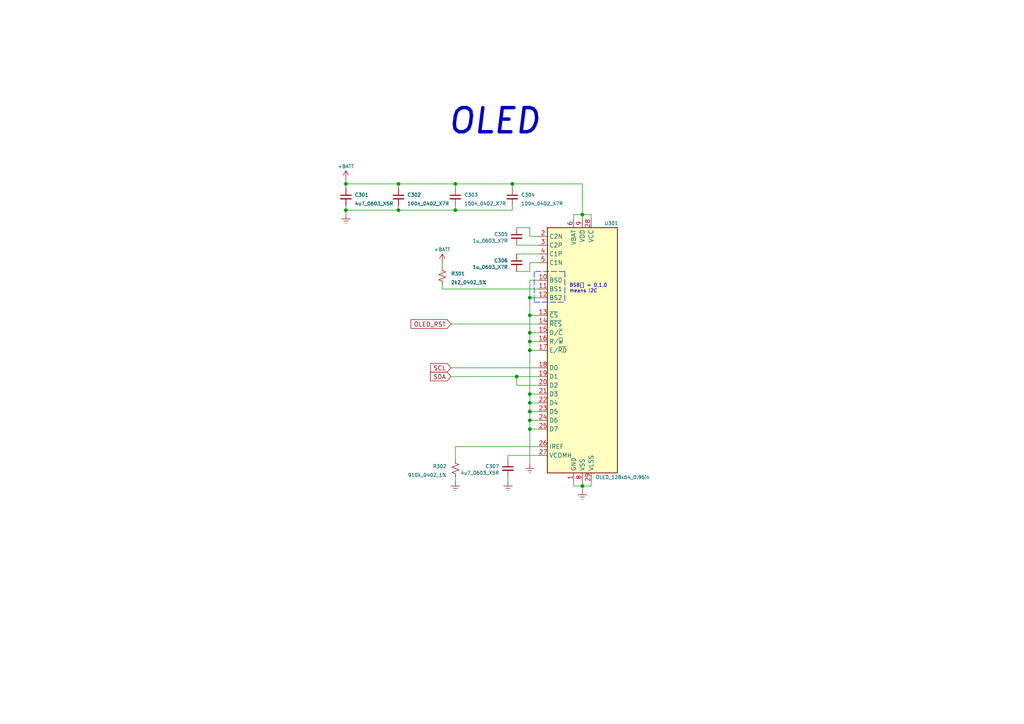
<source format=kicad_sch>
(kicad_sch (version 20211123) (generator eeschema)
  (paper "A4")
  (lib_symbols
    (symbol "Device:C_Small" (pin_numbers hide) (pin_names (offset 0.254) hide)
      (property "Reference" "C" (at 0.254 1.778 0))
      (property "Value" "C_Small" (at 0.254 -2.032 0))
      (symbol "C_Small_0_1"
        (polyline (pts (xy -1.524 -0.508) (xy 1.524 -0.508)) (stroke (width 0.3302)))
        (polyline (pts (xy -1.524 0.508) (xy 1.524 0.508)) (stroke (width 0.3048)))
      )
      (symbol "C_Small_1_1"
        (pin passive line (at 0 2.54 270) (length 2.032) (name "~") (number "1"))
        (pin passive line (at 0 -2.54 90) (length 2.032) (name "~") (number "2"))
      )
    )
    (symbol "Device:R_Small_US" (pin_numbers hide) (pin_names (offset 0.254) hide)
      (property "Reference" "R" (at 0.762 0.508 0))
      (property "Value" "R_Small_US" (at 0.762 -1.016 0))
      (symbol "R_Small_US_1_1"
        (polyline (pts (xy 0 0) (xy 1.016 -0.381) (xy 0 -0.762) (xy -1.016 -1.143) (xy 0 -1.524)))
        (polyline (pts (xy 0 1.524) (xy 1.016 1.143) (xy 0 0.762) (xy -1.016 0.381) (xy 0 0)))
        (pin passive line (at 0 2.54 270) (length 1.016) (name "~") (number "1"))
        (pin passive line (at 0 -2.54 90) (length 1.016) (name "~") (number "2"))
      )
    )
    (symbol "Display_Graphic:OLED-128O064D"
      (property "Reference" "DS" (at -10.16 38.1 0))
      (property "Value" "OLED-128O064D" (at 12.7 38.1 0))
      (symbol "OLED-128O064D_0_1"
        (rectangle (start -10.16 35.56) (end 10.16 -35.56) (stroke (width 0.254)) (fill (type background)))
      )
      (symbol "OLED-128O064D_1_1"
        (pin power_in line (at -2.54 -38.1 90) (length 2.54) (name "GND") (number "1"))
        (pin input line (at -12.7 20.32 0) (length 2.54) (name "BS0") (number "10"))
        (pin input line (at -12.7 17.78 0) (length 2.54) (name "BS1") (number "11"))
        (pin input line (at -12.7 15.24 0) (length 2.54) (name "BS2") (number "12"))
        (pin input line (at -12.7 10.16 0) (length 2.54) (name "~{CS}") (number "13"))
        (pin input line (at -12.7 7.62 0) (length 2.54) (name "~{RES}") (number "14"))
        (pin input line (at -12.7 5.08 0) (length 2.54) (name "D/~{C}") (number "15"))
        (pin input line (at -12.7 2.54 0) (length 2.54) (name "R/~{W}") (number "16"))
        (pin input line (at -12.7 0 0) (length 2.54) (name "E/~{RD}") (number "17"))
        (pin bidirectional line (at -12.7 -5.08 0) (length 2.54) (name "D0") (number "18"))
        (pin bidirectional line (at -12.7 -7.62 0) (length 2.54) (name "D1") (number "19"))
        (pin passive line (at -12.7 33.02 0) (length 2.54) (name "C2N") (number "2"))
        (pin bidirectional line (at -12.7 -10.16 0) (length 2.54) (name "D2") (number "20"))
        (pin bidirectional line (at -12.7 -12.7 0) (length 2.54) (name "D3") (number "21"))
        (pin bidirectional line (at -12.7 -15.24 0) (length 2.54) (name "D4") (number "22"))
        (pin bidirectional line (at -12.7 -17.78 0) (length 2.54) (name "D5") (number "23"))
        (pin bidirectional line (at -12.7 -20.32 0) (length 2.54) (name "D6") (number "24"))
        (pin bidirectional line (at -12.7 -22.86 0) (length 2.54) (name "D7") (number "25"))
        (pin passive line (at -12.7 -27.94 0) (length 2.54) (name "IREF") (number "26"))
        (pin passive line (at -12.7 -30.48 0) (length 2.54) (name "VCOMH") (number "27"))
        (pin power_in line (at 2.54 38.1 270) (length 2.54) (name "VCC") (number "28"))
        (pin power_in line (at 2.54 -38.1 90) (length 2.54) (name "VLSS") (number "29"))
        (pin passive line (at -12.7 30.48 0) (length 2.54) (name "C2P") (number "3"))
        (pin passive line (at -2.54 -38.1 90) (length 2.54) hide (name "GND") (number "30"))
        (pin passive line (at -12.7 27.94 0) (length 2.54) (name "C1P") (number "4"))
        (pin passive line (at -12.7 25.4 0) (length 2.54) (name "C1N") (number "5"))
        (pin power_in line (at -2.54 38.1 270) (length 2.54) (name "VBAT") (number "6"))
        (pin no_connect line (at 10.16 0 180) (length 2.54) hide (name "NC") (number "7"))
        (pin power_in line (at 0 -38.1 90) (length 2.54) (name "VSS") (number "8"))
        (pin power_in line (at 0 38.1 270) (length 2.54) (name "VDD") (number "9"))
      )
    )
    (symbol "power:+BATT" (power) (pin_names (offset 0))
      (property "Value" "+BATT" (at 0 3.556 0))
      (symbol "+BATT_0_1"
        (polyline (pts (xy -0.762 1.27) (xy 0 2.54)))
        (polyline (pts (xy 0 0) (xy 0 2.54)))
        (polyline (pts (xy 0 2.54) (xy 0.762 1.27)))
      )
      (symbol "+BATT_1_1"
        (pin power_in line (at 0 0 90) (length 0) hide (name "+BATT") (number "1"))
      )
    )
    (symbol "power:Earth" (power) (pin_names (offset 0))
      (symbol "Earth_0_1"
        (polyline (pts (xy -0.635 -1.905) (xy 0.635 -1.905)))
        (polyline (pts (xy -0.127 -2.54) (xy 0.127 -2.54)))
        (polyline (pts (xy 0 -1.27) (xy 0 0)))
        (polyline (pts (xy 1.27 -1.27) (xy -1.27 -1.27)))
      )
      (symbol "Earth_1_1"
        (pin power_in line (at 0 0 270) (length 0) hide (name "Earth") (number "1"))
      )
    )
  )
  (junction (at 168.91 62.23))
  (junction (at 153.67 101.6))
  (junction (at 132.08 60.96))
  (junction (at 153.67 124.46))
  (junction (at 100.33 53.34))
  (junction (at 153.67 96.52))
  (junction (at 153.67 116.84))
  (junction (at 148.59 53.34))
  (junction (at 168.91 140.97))
  (junction (at 153.67 86.36))
  (junction (at 100.33 60.96))
  (junction (at 115.57 60.96))
  (junction (at 115.57 53.34))
  (junction (at 153.67 91.44))
  (junction (at 153.67 114.3))
  (junction (at 153.67 99.06))
  (junction (at 132.08 53.34))
  (junction (at 149.86 109.22))
  (junction (at 153.67 119.38))
  (junction (at 153.67 121.92))
  (wire (pts (xy 153.67 119.38) (xy 156.21 119.38)))
  (wire (pts (xy 171.45 62.23) (xy 168.91 62.23)))
  (wire (pts (xy 153.67 121.92) (xy 156.21 121.92)))
  (wire (pts (xy 168.91 63.5) (xy 168.91 62.23)))
  (wire (pts (xy 132.08 138.43) (xy 132.08 139.7)))
  (wire (pts (xy 153.67 91.44) (xy 153.67 96.52)))
  (wire (pts (xy 153.67 99.06) (xy 153.67 101.6)))
  (wire (pts (xy 153.67 121.92) (xy 153.67 124.46)))
  (wire (pts (xy 156.21 81.28) (xy 153.67 81.28)))
  (wire (pts (xy 156.21 111.76) (xy 149.86 111.76)))
  (wire (pts (xy 166.37 62.23) (xy 168.91 62.23)))
  (wire (pts (xy 149.86 111.76) (xy 149.86 109.22)))
  (wire (pts (xy 132.08 59.69) (xy 132.08 60.96)))
  (wire (pts (xy 132.08 60.96) (xy 115.57 60.96)))
  (polyline (pts (xy 154.94 78.74) (xy 154.94 87.63)))
  (wire (pts (xy 153.67 101.6) (xy 156.21 101.6)))
  (wire (pts (xy 149.86 73.66) (xy 156.21 73.66)))
  (wire (pts (xy 153.67 124.46) (xy 156.21 124.46)))
  (wire (pts (xy 168.91 139.7) (xy 168.91 140.97)))
  (polyline (pts (xy 154.94 87.63) (xy 163.83 87.63)))
  (wire (pts (xy 128.27 82.55) (xy 128.27 83.82)))
  (wire (pts (xy 166.37 139.7) (xy 166.37 140.97)))
  (wire (pts (xy 153.67 119.38) (xy 153.67 121.92)))
  (wire (pts (xy 156.21 71.12) (xy 149.86 71.12)))
  (wire (pts (xy 153.67 91.44) (xy 156.21 91.44)))
  (wire (pts (xy 153.67 86.36) (xy 156.21 86.36)))
  (wire (pts (xy 168.91 62.23) (xy 168.91 53.34)))
  (wire (pts (xy 153.67 101.6) (xy 153.67 114.3)))
  (wire (pts (xy 128.27 76.2) (xy 128.27 77.47)))
  (wire (pts (xy 149.86 109.22) (xy 156.21 109.22)))
  (wire (pts (xy 153.67 96.52) (xy 156.21 96.52)))
  (wire (pts (xy 168.91 140.97) (xy 171.45 140.97)))
  (wire (pts (xy 153.67 68.58) (xy 156.21 68.58)))
  (wire (pts (xy 115.57 53.34) (xy 115.57 54.61)))
  (wire (pts (xy 100.33 59.69) (xy 100.33 60.96)))
  (wire (pts (xy 115.57 60.96) (xy 100.33 60.96)))
  (wire (pts (xy 153.67 124.46) (xy 153.67 134.62)))
  (wire (pts (xy 132.08 53.34) (xy 132.08 54.61)))
  (wire (pts (xy 147.32 132.08) (xy 147.32 133.35)))
  (wire (pts (xy 153.67 78.74) (xy 149.86 78.74)))
  (wire (pts (xy 171.45 63.5) (xy 171.45 62.23)))
  (wire (pts (xy 153.67 76.2) (xy 153.67 78.74)))
  (wire (pts (xy 147.32 138.43) (xy 147.32 139.7)))
  (wire (pts (xy 156.21 132.08) (xy 147.32 132.08)))
  (wire (pts (xy 166.37 140.97) (xy 168.91 140.97)))
  (wire (pts (xy 153.67 114.3) (xy 153.67 116.84)))
  (polyline (pts (xy 163.83 78.74) (xy 163.83 87.63)))
  (wire (pts (xy 115.57 53.34) (xy 132.08 53.34)))
  (wire (pts (xy 156.21 129.54) (xy 132.08 129.54)))
  (wire (pts (xy 153.67 66.04) (xy 149.86 66.04)))
  (wire (pts (xy 100.33 52.07) (xy 100.33 53.34)))
  (wire (pts (xy 153.67 81.28) (xy 153.67 86.36)))
  (wire (pts (xy 148.59 59.69) (xy 148.59 60.96)))
  (wire (pts (xy 153.67 68.58) (xy 153.67 66.04)))
  (wire (pts (xy 130.81 93.98) (xy 156.21 93.98)))
  (wire (pts (xy 153.67 116.84) (xy 153.67 119.38)))
  (wire (pts (xy 132.08 53.34) (xy 148.59 53.34)))
  (wire (pts (xy 153.67 114.3) (xy 156.21 114.3)))
  (wire (pts (xy 130.81 106.68) (xy 156.21 106.68)))
  (wire (pts (xy 132.08 129.54) (xy 132.08 133.35)))
  (wire (pts (xy 148.59 53.34) (xy 148.59 54.61)))
  (wire (pts (xy 100.33 53.34) (xy 115.57 53.34)))
  (wire (pts (xy 148.59 60.96) (xy 132.08 60.96)))
  (wire (pts (xy 168.91 53.34) (xy 148.59 53.34)))
  (wire (pts (xy 153.67 116.84) (xy 156.21 116.84)))
  (wire (pts (xy 128.27 83.82) (xy 156.21 83.82)))
  (polyline (pts (xy 163.83 78.74) (xy 154.94 78.74)))
  (wire (pts (xy 130.81 109.22) (xy 149.86 109.22)))
  (wire (pts (xy 100.33 60.96) (xy 100.33 62.23)))
  (wire (pts (xy 100.33 54.61) (xy 100.33 53.34)))
  (wire (pts (xy 153.67 96.52) (xy 153.67 99.06)))
  (wire (pts (xy 168.91 140.97) (xy 168.91 142.24)))
  (wire (pts (xy 115.57 59.69) (xy 115.57 60.96)))
  (wire (pts (xy 171.45 139.7) (xy 171.45 140.97)))
  (wire (pts (xy 153.67 86.36) (xy 153.67 91.44)))
  (wire (pts (xy 153.67 99.06) (xy 156.21 99.06)))
  (wire (pts (xy 156.21 76.2) (xy 153.67 76.2)))
  (wire (pts (xy 166.37 63.5) (xy 166.37 62.23)))
  (text "BSB[] = 0,1,0\nmeans I2C" (at 165.1 85.09 0) (effects (font (size 1 1)) (justify left bottom)))
  (text "OLED" (at 129.54 39.37 0) (effects (font (size 7 7) (thickness 1) bold italic) (justify left bottom)))
  (global_label "SDA" (shape input) (at 130.81 109.22 180) (property "Intersheet References" "${INTERSHEET_REFS}" (effects hide)))
  (global_label "OLED_RST" (shape input) (at 130.81 93.98 180) (property "Intersheet References" "${INTERSHEET_REFS}" (effects hide)))
  (global_label "SCL" (shape input) (at 130.81 106.68 180) (property "Intersheet References" "${INTERSHEET_REFS}" (effects hide)))
  (symbol (lib_id "Device:C_Small") (at 149.86 68.58 0) (mirror y) (unit 1)
    (property "Reference" "C305" (at 147.32 67.9513 0) (effects (font (size 1 1)) (justify left)))
    (property "Value" "1u_0603_X7R" (at 147.32 69.85 0) (effects (font (size 1 1)) (justify left)))
    (property "Footprint" "Capacitor_SMD:C_0603_1608Metric" (effects hide))
  )
  (symbol (lib_id "power:Earth") (at 153.67 134.62 0) (unit 1)
    (property "Reference" "#PWR0123" (effects hide))
    (property "Value" "Earth" (effects hide))
  )
  (symbol (lib_id "power:Earth") (at 132.08 139.7 0) (unit 1)
    (property "Reference" "#PWR0125" (effects hide))
    (property "Value" "Earth" (effects hide))
  )
  (symbol (lib_id "power:Earth") (at 168.91 142.24 0) (unit 1)
    (property "Reference" "#PWR0124" (effects hide))
    (property "Value" "Earth" (effects hide))
  )
  (symbol (lib_id "power:Earth") (at 147.32 139.7 0) (unit 1)
    (property "Reference" "#PWR0126" (effects hide))
    (property "Value" "Earth" (effects hide))
  )
  (symbol (lib_id "Device:C_Small") (at 115.57 57.15 0) (unit 1)
    (property "Reference" "C302" (at 118.11 56.5212 0) (effects (font (size 1 1)) (justify left)))
    (property "Value" "100n_0402_X7R" (at 118.11 59.0613 0) (effects (font (size 1 1)) (justify left)))
    (property "Footprint" "Capacitor_SMD:C_0402_1005Metric" (effects hide))
  )
  (symbol (lib_id "Device:R_Small_US") (at 128.27 80.01 0) (unit 1)
    (property "Reference" "R301" (at 130.81 79.375 0) (effects (font (size 1 1)) (justify left)))
    (property "Value" "2k2_0402_5%" (at 130.81 81.915 0) (effects (font (size 1 1)) (justify left)))
    (property "Footprint" "Resistor_SMD:R_0402_1005Metric" (effects hide))
  )
  (symbol (lib_id "Display_Graphic:OLED-128O064D") (at 168.91 101.6 0) (unit 1)
    (property "Reference" "U301" (at 175.26 64.77 0) (effects (font (size 1 1)) (justify left)))
    (property "Value" "OLED_128x64_0.96in" (at 172.72 138.43 0) (effects (font (size 1 1)) (justify left)))
    (property "Footprint" "my_library:OLED" (effects hide))
    (property "Datasheet" "https://www.vishay.com/docs/37902/oled128o064dbpp3n00000.pdf" (effects hide))
  )
  (symbol (lib_id "Device:R_Small_US") (at 132.08 135.89 0) (unit 1)
    (property "Reference" "R302" (at 129.54 135.255 0) (effects (font (size 1 1)) (justify right)))
    (property "Value" "910k_0402_1%" (at 129.54 137.795 0) (effects (font (size 1 1)) (justify right)))
    (property "Footprint" "Resistor_SMD:R_0402_1005Metric" (effects hide))
  )
  (symbol (lib_id "Device:C_Small") (at 148.59 57.15 0) (unit 1)
    (property "Reference" "C304" (at 151.13 56.5212 0) (effects (font (size 1 1)) (justify left)))
    (property "Value" "100n_0402_X7R" (at 151.13 59.0613 0) (effects (font (size 1 1)) (justify left)))
    (property "Footprint" "Capacitor_SMD:C_0402_1005Metric" (effects hide))
  )
  (symbol (lib_id "Device:C_Small") (at 149.86 76.2 0) (mirror y) (unit 1)
    (property "Reference" "C306" (at 147.32 75.5713 0) (effects (font (size 1 1)) (justify left)))
    (property "Value" "1u_0603_X7R" (at 147.32 77.47 0) (effects (font (size 1 1)) (justify left)))
    (property "Footprint" "Capacitor_SMD:C_0603_1608Metric" (effects hide))
  )
  (symbol (lib_id "power:Earth") (at 100.33 62.23 0) (unit 1)
    (property "Reference" "#PWR0128" (effects hide))
    (property "Value" "Earth" (effects hide))
  )
  (symbol (lib_id "power:+BATT") (at 128.27 76.2 0) (unit 1)
    (property "Reference" "#PWR0127" (effects hide))
    (property "Value" "+BATT" (at 128.27 72.39 0) (effects (font (size 1 1))))
  )
  (symbol (lib_id "Device:C_Small") (at 147.32 135.89 0) (mirror y) (unit 1)
    (property "Reference" "C307" (at 144.78 135.2613 0) (effects (font (size 1 1)) (justify left)))
    (property "Value" "4u7_0603_X5R" (at 144.78 137.16 0) (effects (font (size 1 1)) (justify left)))
    (property "Footprint" "Capacitor_SMD:C_0603_1608Metric" (effects hide))
  )
  (symbol (lib_id "power:+BATT") (at 100.33 52.07 0) (unit 1)
    (property "Reference" "#PWR0129" (effects hide))
    (property "Value" "+BATT" (at 100.33 48.26 0) (effects (font (size 1 1))))
  )
  (symbol (lib_id "Device:C_Small") (at 100.33 57.15 0) (unit 1)
    (property "Reference" "C301" (at 102.87 56.5213 0) (effects (font (size 1 1)) (justify left)))
    (property "Value" "4u7_0603_X5R" (at 102.87 59.0613 0) (effects (font (size 1 1)) (justify left)))
    (property "Footprint" "Capacitor_SMD:C_0603_1608Metric" (effects hide))
  )
  (symbol (lib_id "Device:C_Small") (at 132.08 57.15 0) (unit 1)
    (property "Reference" "C303" (at 134.62 56.5212 0) (effects (font (size 1 1)) (justify left)))
    (property "Value" "100n_0402_X7R" (at 134.62 59.0613 0) (effects (font (size 1 1)) (justify left)))
    (property "Footprint" "Capacitor_SMD:C_0402_1005Metric" (effects hide))
  )
)
</source>
